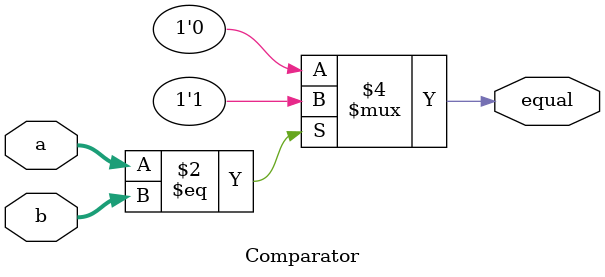
<source format=v>
module Comparator #(parameter size = 32) (equal, a, b); 
input [size - 1:0]a, b; 
output reg equal; 


always @(a or b) begin
	if (a==b)
		equal = 1;

	else
		equal = 0;

	end
	
endmodule 
</source>
